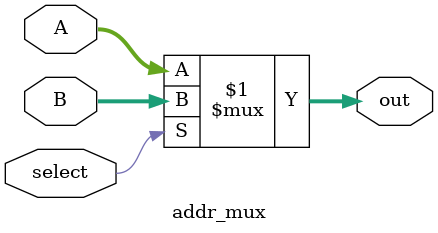
<source format=v>
`timescale 1ns / 1ps


module addr_mux(

    input [4:0] A,
    input [4:0] B,
    input select,
    output [4:0] out
    );
    assign out = select ? B : A;
endmodule

</source>
